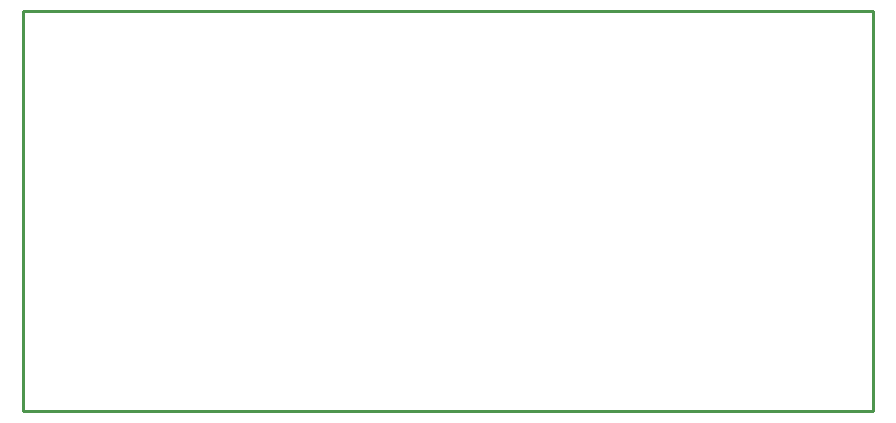
<source format=gbo>
G04 Layer_Color=32896*
%FSLAX44Y44*%
%MOMM*%
G71*
G01*
G75*
%ADD10C,0.2540*%
D10*
X325120Y307340D02*
Y646430D01*
Y307340D02*
X1045210D01*
X325120Y646430D02*
X1045210D01*
Y307340D02*
Y646430D01*
M02*

</source>
